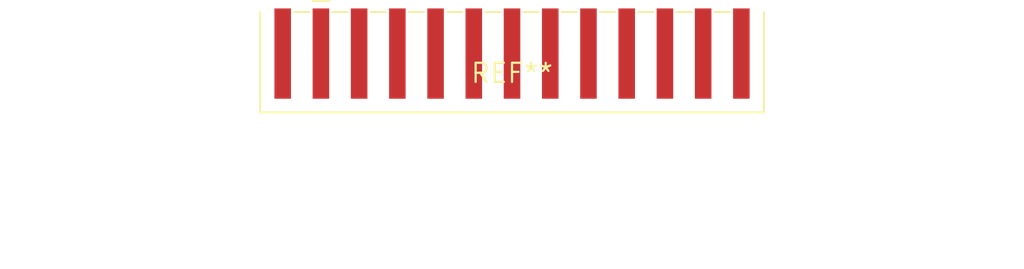
<source format=kicad_pcb>
(kicad_pcb (version 20240108) (generator pcbnew)
  (layers (0 "F.Cu" signal) (31 "B.Cu" signal) (34 "B.Paste" user) (35 "F.Paste" user) (36 "B.SilkS" user "B.Silkscreen") (37 "F.SilkS" user "F.Silkscreen") (38 "B.Mask" user) (39 "F.Mask" user) (44 "Edge.Cuts" user))
  (net 0 "")
  (footprint "Harting_har-flexicon_14111113002xxx_1x11-MP_P2.54mm_Horizontal" (layer "F.Cu") (at 0 0)
    (property "Reference" "REF**")
    (property "Value" "Harting_har-flexicon_14111113002xxx_1x11-MP_P2.54mm_Horizontal")
    (fp_line (start -16.735 -4.06) (end -16.735 2.61) (layer "F.SilkS") (stroke (width 0.12)))
    (fp_line (start -14.478 -4.06) (end -13.462 -4.06) (layer "F.SilkS") (stroke (width 0.12)))
    (fp_line (start -13.25 -4.8) (end -12.15 -4.8) (layer "F.SilkS") (stroke (width 0.12)))
    (fp_line (start -11.938 -4.06) (end -10.922 -4.06) (layer "F.SilkS") (stroke (width 0.12)))
    (fp_line (start -9.398 -4.06) (end -8.382 -4.06) (layer "F.SilkS") (stroke (width 0.12)))
    (fp_line (start -6.858 -4.06) (end -5.842 -4.06) (layer "F.SilkS") (stroke (width 0.12)))
    (fp_line (start -4.318 -4.06) (end -3.302 -4.06) (layer "F.SilkS") (stroke (width 0.12)))
    (fp_line (start -1.778 -4.06) (end -0.762 -4.06) (layer "F.SilkS") (stroke (width 0.12)))
    (fp_line (start 0.762 -4.06) (end 1.778 -4.06) (layer "F.SilkS") (stroke (width 0.12)))
    (fp_line (start 3.302 -4.06) (end 4.318 -4.06) (layer "F.SilkS") (stroke (width 0.12)))
    (fp_line (start 5.842 -4.06) (end 6.858 -4.06) (layer "F.SilkS") (stroke (width 0.12)))
    (fp_line (start 8.382 -4.06) (end 9.398 -4.06) (layer "F.SilkS") (stroke (width 0.12)))
    (fp_line (start 10.922 -4.06) (end 11.938 -4.06) (layer "F.SilkS") (stroke (width 0.12)))
    (fp_line (start 13.462 -4.06) (end 14.478 -4.06) (layer "F.SilkS") (stroke (width 0.12)))
    (fp_line (start 16.735 -4.06) (end 16.735 2.61) (layer "F.SilkS") (stroke (width 0.12)))
    (fp_line (start 16.735 2.61) (end -16.735 2.61) (layer "F.SilkS") (stroke (width 0.12)))
    (pad "" np_thru_hole circle (at -13.97 -1.5) (size 1 1) (drill 1) (layers *.Cu *.Mask))
    (pad "" np_thru_hole circle (at 13.97 -0.9) (size 1 1) (drill 1) (layers *.Cu *.Mask))
    (pad "1" smd rect (at -12.7 -1.3) (size 1.1 6) (layers "F.Cu" "F.Paste" "F.Mask"))
    (pad "2" smd rect (at -10.16 -1.3) (size 1.1 6) (layers "F.Cu" "F.Paste" "F.Mask"))
    (pad "3" smd rect (at -7.62 -1.3) (size 1.1 6) (layers "F.Cu" "F.Paste" "F.Mask"))
    (pad "4" smd rect (at -5.08 -1.3) (size 1.1 6) (layers "F.Cu" "F.Paste" "F.Mask"))
    (pad "5" smd rect (at -2.54 -1.3) (size 1.1 6) (layers "F.Cu" "F.Paste" "F.Mask"))
    (pad "6" smd rect (at 0 -1.3) (size 1.1 6) (layers "F.Cu" "F.Paste" "F.Mask"))
    (pad "7" smd rect (at 2.54 -1.3) (size 1.1 6) (layers "F.Cu" "F.Paste" "F.Mask"))
    (pad "8" smd rect (at 5.08 -1.3) (size 1.1 6) (layers "F.Cu" "F.Paste" "F.Mask"))
    (pad "9" smd rect (at 7.62 -1.3) (size 1.1 6) (layers "F.Cu" "F.Paste" "F.Mask"))
    (pad "10" smd rect (at 10.16 -1.3) (size 1.1 6) (layers "F.Cu" "F.Paste" "F.Mask"))
    (pad "11" smd rect (at 12.7 -1.3) (size 1.1 6) (layers "F.Cu" "F.Paste" "F.Mask"))
    (pad "MP" smd rect (at -15.24 -1.3) (size 1.1 6) (layers "F.Cu" "F.Paste" "F.Mask"))
    (pad "MP" smd rect (at 15.24 -1.3) (size 1.1 6) (layers "F.Cu" "F.Paste" "F.Mask"))
  )
)
</source>
